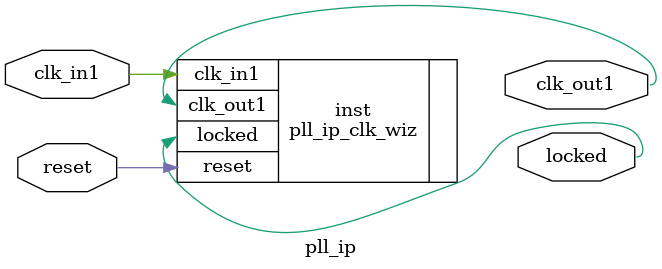
<source format=v>


`timescale 1ps/1ps

(* CORE_GENERATION_INFO = "pll_ip,clk_wiz_v5_4_3_0,{component_name=pll_ip,use_phase_alignment=true,use_min_o_jitter=false,use_max_i_jitter=false,use_dyn_phase_shift=false,use_inclk_switchover=false,use_dyn_reconfig=false,enable_axi=0,feedback_source=FDBK_AUTO,PRIMITIVE=MMCM,num_out_clk=1,clkin1_period=20.000,clkin2_period=10.0,use_power_down=false,use_reset=true,use_locked=true,use_inclk_stopped=false,feedback_type=SINGLE,CLOCK_MGR_TYPE=NA,manual_override=false}" *)

module pll_ip 
 (
  // Clock out ports
  output        clk_out1,
  // Status and control signals
  input         reset,
  output        locked,
 // Clock in ports
  input         clk_in1
 );

  pll_ip_clk_wiz inst
  (
  // Clock out ports  
  .clk_out1(clk_out1),
  // Status and control signals               
  .reset(reset), 
  .locked(locked),
 // Clock in ports
  .clk_in1(clk_in1)
  );

endmodule

</source>
